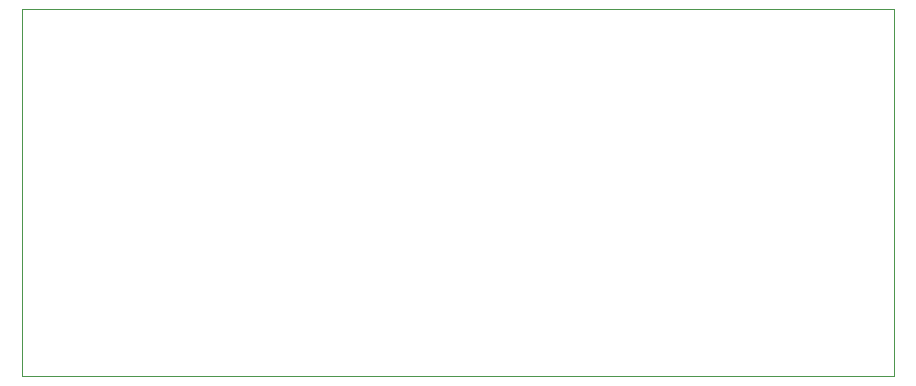
<source format=gm1>
G04 #@! TF.GenerationSoftware,KiCad,Pcbnew,8.0.3+1*
G04 #@! TF.CreationDate,2024-07-17T12:21:26-06:00*
G04 #@! TF.ProjectId,CH375_Serial,43483337-355f-4536-9572-69616c2e6b69,rev?*
G04 #@! TF.SameCoordinates,Original*
G04 #@! TF.FileFunction,Profile,NP*
%FSLAX46Y46*%
G04 Gerber Fmt 4.6, Leading zero omitted, Abs format (unit mm)*
G04 Created by KiCad (PCBNEW 8.0.3+1) date 2024-07-17 12:21:26*
%MOMM*%
%LPD*%
G01*
G04 APERTURE LIST*
G04 #@! TA.AperFunction,Profile*
%ADD10C,0.050000*%
G04 #@! TD*
G04 APERTURE END LIST*
D10*
X120650000Y-57785000D02*
X194437000Y-57785000D01*
X194437000Y-88900000D01*
X120650000Y-88900000D01*
X120650000Y-57785000D01*
M02*

</source>
